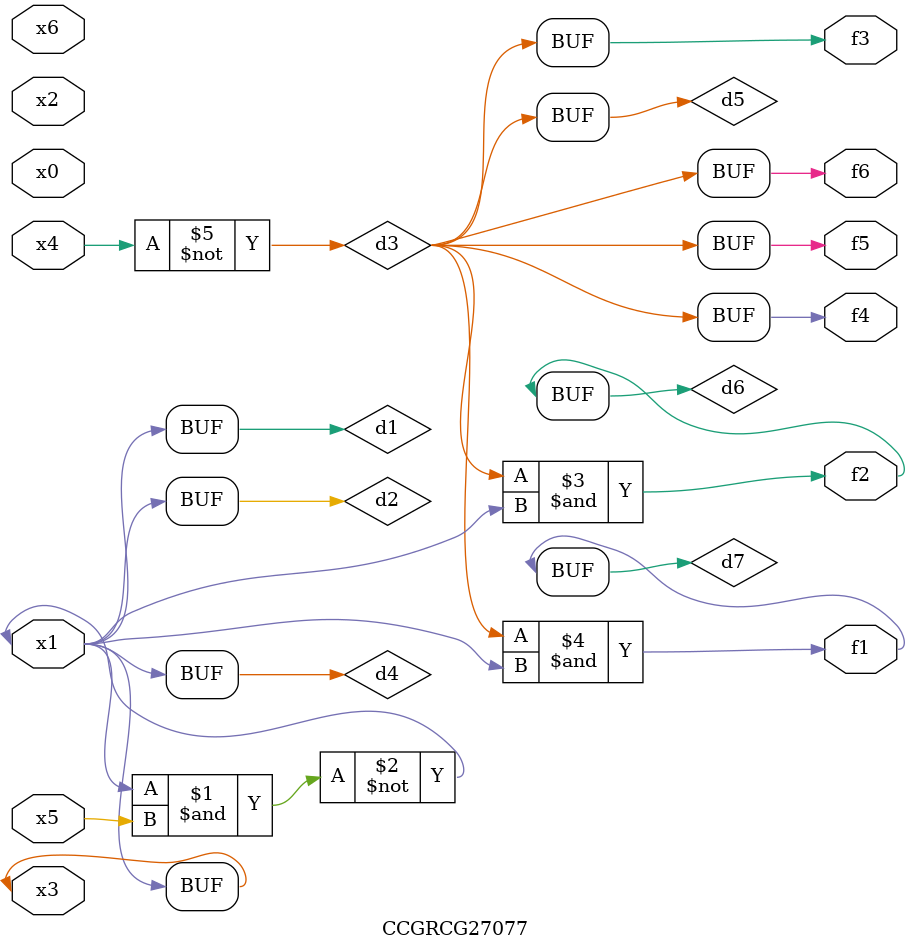
<source format=v>
module CCGRCG27077(
	input x0, x1, x2, x3, x4, x5, x6,
	output f1, f2, f3, f4, f5, f6
);

	wire d1, d2, d3, d4, d5, d6, d7;

	buf (d1, x1, x3);
	nand (d2, x1, x5);
	not (d3, x4);
	buf (d4, d1, d2);
	buf (d5, d3);
	and (d6, d3, d4);
	and (d7, d3, d4);
	assign f1 = d7;
	assign f2 = d6;
	assign f3 = d5;
	assign f4 = d5;
	assign f5 = d5;
	assign f6 = d5;
endmodule

</source>
